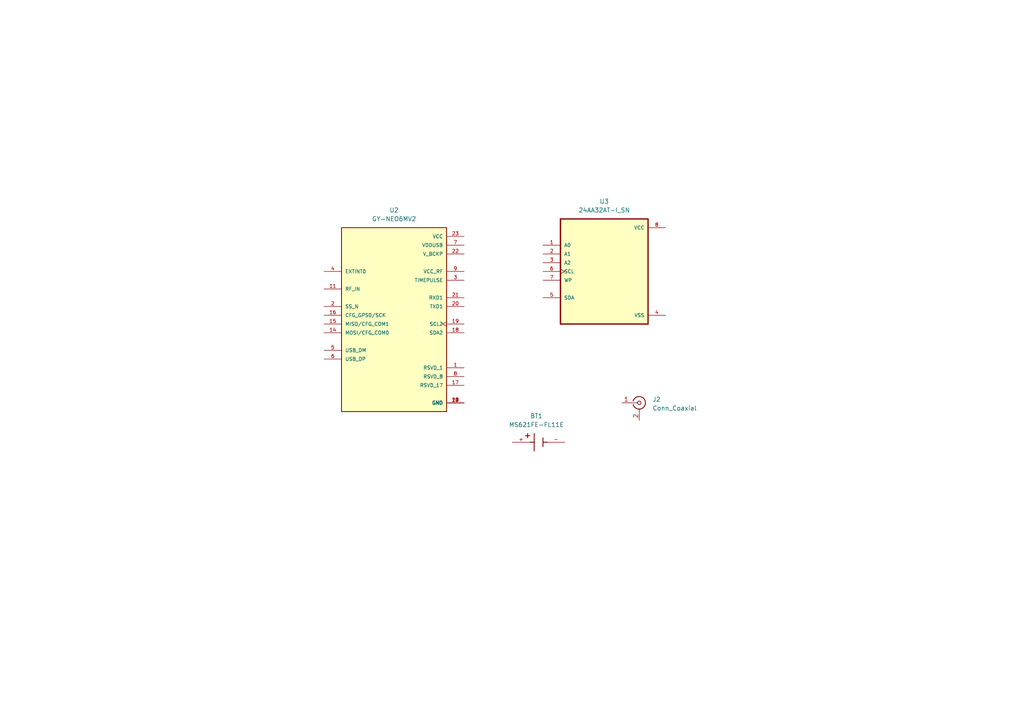
<source format=kicad_sch>
(kicad_sch (version 20250114) (generator "eeschema") (generator_version "9.0")
  (paper "A4")
  (lib_symbols
    (symbol "24AA32AT-I_SN:24AA32AT-I_SN" (pin_names (offset 1.016))
      (property "Reference" "U" (at -12.7 16.24 0))
      (property "Value" "24AA32AT-I_SN" (at -12.7 -19.24 0))
      (symbol "24AA32AT-I_SN_0_0"
        (rectangle (start -12.7 -15.24) (end 12.7 15.24) (stroke (width 0.41)) (fill (type background)))
        (pin input line (at -17.78 7.62 0) (length 5.08) (name "A0") (number "1"))
        (pin input line (at -17.78 5.08 0) (length 5.08) (name "A1") (number "2"))
        (pin input line (at -17.78 2.54 0) (length 5.08) (name "A2") (number "3"))
        (pin input clock (at -17.78 0 0) (length 5.08) (name "SCL") (number "6"))
        (pin input line (at -17.78 -2.54 0) (length 5.08) (name "WP") (number "7"))
        (pin bidirectional line (at -17.78 -7.62 0) (length 5.08) (name "SDA") (number "5"))
        (pin power_in line (at 17.78 12.7 180) (length 5.08) (name "VCC") (number "8"))
        (pin power_in line (at 17.78 -12.7 180) (length 5.08) (name "VSS") (number "4"))
      )
    )
    (symbol "Connector:Conn_Coaxial" (pin_names (offset 1.016) (hide yes))
      (property "Reference" "J" (at 0.254 3.048 0))
      (property "Value" "Conn_Coaxial" (at 2.921 0 90))
      (symbol "Conn_Coaxial_0_1"
        (polyline (pts (xy -2.54 0) (xy -0.508 0)))
        (arc (start 1.778 0) (mid 0.222 -1.8079) (end -1.778 -0.508) (stroke (width 0.254)))
        (arc (start -1.778 0.508) (mid 0.2221 1.8084) (end 1.778 0) (stroke (width 0.254)))
        (circle (center 0 0) (radius 0.508) (stroke (width 0.2032)))
        (polyline (pts (xy 0 -2.54) (xy 0 -1.778)))
      )
      (symbol "Conn_Coaxial_1_1"
        (pin passive line (at -5.08 0 0) (length 2.54) (name "In") (number "1"))
        (pin passive line (at 0 -5.08 90) (length 2.54) (name "Ext") (number "2"))
      )
    )
    (symbol "GY-NEO6MV2:GY-NEO6MV2" (pin_names (offset 1.016))
      (property "Reference" "U" (at -15.2439 26.0408 0))
      (property "Value" "GY-NEO6MV2" (at -15.2445 -30.4874 0))
      (symbol "GY-NEO6MV2_0_0"
        (rectangle (start -15.24 -27.94) (end 15.24 25.4) (stroke (width 0.254)) (fill (type background)))
        (pin input line (at -20.32 12.7 0) (length 5.08) (name "EXTINT0") (number "4"))
        (pin input line (at -20.32 7.62 0) (length 5.08) (name "RF_IN") (number "11"))
        (pin input line (at -20.32 2.54 0) (length 5.08) (name "SS_N") (number "2"))
        (pin input line (at -20.32 0 0) (length 5.08) (name "CFG_GPS0/SCK") (number "16"))
        (pin input line (at -20.32 -2.54 0) (length 5.08) (name "MISO/CFG_COM1") (number "15"))
        (pin bidirectional line (at -20.32 -5.08 0) (length 5.08) (name "MOSI/CFG_COM0") (number "14"))
        (pin bidirectional line (at -20.32 -10.16 0) (length 5.08) (name "USB_DM") (number "5"))
        (pin bidirectional line (at -20.32 -12.7 0) (length 5.08) (name "USB_DP") (number "6"))
        (pin power_in line (at 20.32 22.86 180) (length 5.08) (name "VCC") (number "23"))
        (pin power_in line (at 20.32 20.32 180) (length 5.08) (name "VDDUSB") (number "7"))
        (pin power_in line (at 20.32 17.78 180) (length 5.08) (name "V_BCKP") (number "22"))
        (pin output line (at 20.32 12.7 180) (length 5.08) (name "VCC_RF") (number "9"))
        (pin output line (at 20.32 10.16 180) (length 5.08) (name "TIMEPULSE") (number "3"))
        (pin input line (at 20.32 5.08 180) (length 5.08) (name "RXD1") (number "21"))
        (pin output line (at 20.32 2.54 180) (length 5.08) (name "TXD1") (number "20"))
        (pin bidirectional clock (at 20.32 -2.54 180) (length 5.08) (name "SCL2") (number "19"))
        (pin bidirectional line (at 20.32 -5.08 180) (length 5.08) (name "SDA2") (number "18"))
        (pin passive line (at 20.32 -15.24 180) (length 5.08) (name "RSVD_1") (number "1"))
        (pin passive line (at 20.32 -17.78 180) (length 5.08) (name "RSVD_8") (number "8"))
        (pin passive line (at 20.32 -20.32 180) (length 5.08) (name "RSVD_17") (number "17"))
        (pin power_in line (at 20.32 -25.4 180) (length 5.08) (name "GND") (number "10"))
        (pin power_in line (at 20.32 -25.4 180) (length 5.08) (name "GND") (number "12"))
        (pin power_in line (at 20.32 -25.4 180) (length 5.08) (name "GND") (number "13"))
        (pin power_in line (at 20.32 -25.4 180) (length 5.08) (name "GND") (number "24"))
      )
    )
    (symbol "MS621FE-FL11E:MS621FE-FL11E" (pin_names (offset 1.016))
      (property "Reference" "BT" (at -3.81 3.81 0))
      (property "Value" "MS621FE-FL11E" (at -3.81 -5.08 0))
      (symbol "MS621FE-FL11E_0_0"
        (polyline (pts (xy -3.81 1.905) (xy -2.54 1.905)) (stroke (width 0.254)))
        (polyline (pts (xy -3.175 2.54) (xy -3.175 1.27)) (stroke (width 0.254)))
        (polyline (pts (xy -1.27 2.54) (xy -1.27 -2.54)) (stroke (width 0.254)))
        (polyline (pts (xy -1.27 0) (xy -2.54 0)) (stroke (width 0.254)))
        (polyline (pts (xy 1.27 1.27) (xy 1.27 -1.27)) (stroke (width 0.254)))
        (polyline (pts (xy 1.27 0) (xy 2.54 0)) (stroke (width 0.254)))
        (pin passive line (at -7.62 0 0) (length 5.08) (name "~") (number "+"))
        (pin passive line (at 7.62 0 180) (length 5.08) (name "~") (number "-"))
      )
    )
  )
  (symbol (lib_id "MS621FE-FL11E:MS621FE-FL11E") (at 156.21 128.27 0) (unit 1)
    (property "Reference" "BT1" (at 155.575 120.65 0))
    (property "Value" "MS621FE-FL11E" (at 155.575 123.19 0))
    (property "Footprint" "MS621FE-FL11E:BAT_MS621FE-FL11E" (effects (hide yes)))
    (property "MF" "Seiko Instruments" (effects (hide yes)))
    (property "MAXIMUM_PACKAGE_HEIGHT" "2.8mm" (effects (hide yes)))
    (property "Package" "QFP-128 Seiko" (effects (hide yes)))
    (property "Price" "None" (effects (hide yes)))
    (property "Check_prices" "https://www.snapeda.com/parts/MS621FE-FL11E/Seiko/view-part/?ref=eda" (effects (hide yes)))
    (property "STANDARD" "Manufacturer Recommendations" (effects (hide yes)))
    (property "PARTREV" "E" (effects (hide yes)))
    (property "SnapEDA_Link" "https://www.snapeda.com/parts/MS621FE-FL11E/Seiko/view-part/?ref=snap" (effects (hide yes)))
    (property "MP" "MS621FE-FL11E" (effects (hide yes)))
    (property "Description_1" "Coin, 6.8mm 3 V Lithium Battery Rechargeable (Secondary) 5.5mAh" (effects (hide yes)))
    (property "Availability" "In Stock" (effects (hide yes)))
    (property "MANUFACTURER" "Seiko Instruments" (effects (hide yes)))
  )
  (symbol (lib_id "Connector:Conn_Coaxial") (at 185.42 116.84 0) (unit 1)
    (property "Reference" "J2" (at 189.23 115.8631 0) (effects (justify left)))
    (property "Value" "Conn_Coaxial" (at 189.23 118.4031 0) (effects (justify left)))
    (property "Description" "coaxial connector (BNC, SMA, SMB, SMC, Cinch/RCA, LEMO, ...)" (effects (hide yes)))
  )
  (symbol (lib_id "24AA32AT-I_SN:24AA32AT-I_SN") (at 175.26 78.74 0) (unit 1)
    (property "Reference" "U3" (at 175.26 58.42 0))
    (property "Value" "24AA32AT-I_SN" (at 175.26 60.96 0))
    (property "Footprint" "24AA32AT-I_SN:SOIC127P600X175-8N" (effects (hide yes)))
    (property "MF" "Microchip" (effects (hide yes)))
    (property "Description_1" "32K, 4K X 8 1.8V SERIAL EE IND8 SOIC 3.90mm(.150in) T/R | Microchip Technology Inc. 24AA32AT-I/SN" (effects (hide yes)))
    (property "Package" "SO-8 Microchip" (effects (hide yes)))
    (property "Price" "None" (effects (hide yes)))
    (property "Check_prices" "https://www.snapeda.com/parts/24AA32AT-I/SN/Microchip/view-part/?ref=eda" (effects (hide yes)))
    (property "SnapEDA_Link" "https://www.snapeda.com/parts/24AA32AT-I/SN/Microchip/view-part/?ref=snap" (effects (hide yes)))
    (property "MP" "24AA32AT-I/SN" (effects (hide yes)))
    (property "Availability" "In Stock" (effects (hide yes)))
    (property "Manufacturer" "Microchip" (effects (hide yes)))
  )
  (symbol (lib_id "GY-NEO6MV2:GY-NEO6MV2") (at 114.3 91.44 0) (unit 1)
    (property "Reference" "U2" (at 114.3 60.96 0))
    (property "Value" "GY-NEO6MV2" (at 114.3 63.5 0))
    (property "Footprint" "GY-NEO6MV2:XCVR_GY-NEO6MV2" (effects (hide yes)))
    (property "MF" "Ublox" (effects (hide yes)))
    (property "MAXIMUM_PACKAGE_HEIGHT" "2.6 mm" (effects (hide yes)))
    (property "Package" "Package" (effects (hide yes)))
    (property "Price" "None" (effects (hide yes)))
    (property "Check_prices" "https://www.snapeda.com/parts/GY-NEO6MV2/Ublox/view-part/?ref=eda" (effects (hide yes)))
    (property "STANDARD" "Manufacturer Recommendations" (effects (hide yes)))
    (property "PARTREV" "E" (effects (hide yes)))
    (property "SnapEDA_Link" "https://www.snapeda.com/parts/GY-NEO6MV2/Ublox/view-part/?ref=snap" (effects (hide yes)))
    (property "MP" "GY-NEO6MV2" (effects (hide yes)))
    (property "Description_1" "The NEO-6 module series is a family of stand-alone GPS receivers featuring the high performance u-blox 6\npositioning engine." (effects (hide yes)))
    (property "Availability" "Not in stock" (effects (hide yes)))
    (property "MANUFACTURER" "Ublox" (effects (hide yes)))
  )
)
</source>
